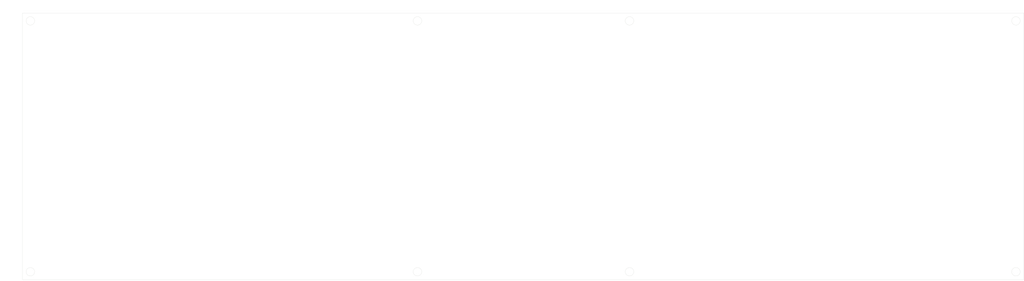
<source format=kicad_pcb>
(kicad_pcb (version 20171130) (host pcbnew "(5.1.2)-1")

  (general
    (thickness 1.6)
    (drawings 27)
    (tracks 0)
    (zones 0)
    (modules 0)
    (nets 1)
  )

  (page A3)
  (layers
    (0 F.Cu signal)
    (31 B.Cu signal)
    (32 B.Adhes user)
    (33 F.Adhes user)
    (34 B.Paste user)
    (35 F.Paste user)
    (36 B.SilkS user)
    (37 F.SilkS user)
    (38 B.Mask user)
    (39 F.Mask user)
    (40 Dwgs.User user)
    (41 Cmts.User user)
    (42 Eco1.User user)
    (43 Eco2.User user)
    (44 Edge.Cuts user)
    (45 Margin user)
    (46 B.CrtYd user)
    (47 F.CrtYd user)
    (48 B.Fab user)
    (49 F.Fab user hide)
  )

  (setup
    (last_trace_width 0.25)
    (trace_clearance 0.2)
    (zone_clearance 0.508)
    (zone_45_only no)
    (trace_min 0.2)
    (via_size 0.8)
    (via_drill 0.4)
    (via_min_size 0.4)
    (via_min_drill 0.3)
    (uvia_size 0.3)
    (uvia_drill 0.1)
    (uvias_allowed no)
    (uvia_min_size 0.2)
    (uvia_min_drill 0.1)
    (edge_width 0.05)
    (segment_width 0.2)
    (pcb_text_width 0.3)
    (pcb_text_size 1.5 1.5)
    (mod_edge_width 0.12)
    (mod_text_size 1 1)
    (mod_text_width 0.15)
    (pad_size 1.524 1.524)
    (pad_drill 0.762)
    (pad_to_mask_clearance 0.051)
    (solder_mask_min_width 0.25)
    (aux_axis_origin 0 0)
    (visible_elements 7FFFFFFF)
    (pcbplotparams
      (layerselection 0x010fc_ffffffff)
      (usegerberextensions false)
      (usegerberattributes false)
      (usegerberadvancedattributes false)
      (creategerberjobfile false)
      (excludeedgelayer true)
      (linewidth 0.100000)
      (plotframeref false)
      (viasonmask false)
      (mode 1)
      (useauxorigin false)
      (hpglpennumber 1)
      (hpglpenspeed 20)
      (hpglpendiameter 15.000000)
      (psnegative false)
      (psa4output false)
      (plotreference true)
      (plotvalue true)
      (plotinvisibletext false)
      (padsonsilk false)
      (subtractmaskfromsilk false)
      (outputformat 1)
      (mirror false)
      (drillshape 1)
      (scaleselection 1)
      (outputdirectory ""))
  )

  (net 0 "")

  (net_class Default "This is the default net class."
    (clearance 0.2)
    (trace_width 0.25)
    (via_dia 0.8)
    (via_drill 0.4)
    (uvia_dia 0.3)
    (uvia_drill 0.1)
  )

  (net_class Power ""
    (clearance 0.25)
    (trace_width 0.45)
    (via_dia 0.8)
    (via_drill 0.4)
    (uvia_dia 0.3)
    (uvia_drill 0.1)
  )

  (dimension 80 (width 0.15) (layer Eco1.User)
    (gr_text "80.000 mm" (at 13.94 54.846 270) (layer Eco1.User)
      (effects (font (size 1 1) (thickness 0.15)))
    )
    (feature1 (pts (xy 17.02 94.846) (xy 14.653579 94.846)))
    (feature2 (pts (xy 17.02 14.846) (xy 14.653579 14.846)))
    (crossbar (pts (xy 15.24 14.846) (xy 15.24 94.846)))
    (arrow1a (pts (xy 15.24 94.846) (xy 14.653579 93.719496)))
    (arrow1b (pts (xy 15.24 94.846) (xy 15.826421 93.719496)))
    (arrow2a (pts (xy 15.24 14.846) (xy 14.653579 15.972504)))
    (arrow2b (pts (xy 15.24 14.846) (xy 15.826421 15.972504)))
  )
  (dimension 300 (width 0.15) (layer Eco1.User)
    (gr_text "300.000 mm" (at 167.02 11.63) (layer Eco1.User)
      (effects (font (size 1 1) (thickness 0.15)))
    )
    (feature1 (pts (xy 17.02 14.846) (xy 17.02 12.343579)))
    (feature2 (pts (xy 317.02 14.846) (xy 317.02 12.343579)))
    (crossbar (pts (xy 317.02 12.93) (xy 17.02 12.93)))
    (arrow1a (pts (xy 17.02 12.93) (xy 18.146504 12.343579)))
    (arrow1b (pts (xy 17.02 12.93) (xy 18.146504 13.516421)))
    (arrow2a (pts (xy 317.02 12.93) (xy 315.893496 12.343579)))
    (arrow2b (pts (xy 317.02 12.93) (xy 315.893496 13.516421)))
  )
  (gr_line (start 314.669999 92.496001) (end 314.67 92.496) (layer Eco1.User) (width 0.05) (tstamp 5CCCAFA1))
  (gr_line (start 19.37 92.502) (end 314.669999 92.496001) (layer Eco1.User) (width 0.05) (tstamp 5CCCAF9E))
  (gr_line (start 19.37 17.196) (end 314.67 17.19) (layer Eco1.User) (width 0.05) (tstamp 5CCCAF98))
  (gr_line (start 19.37 17.196) (end 17.02 17.196) (layer Eco1.User) (width 0.05) (tstamp 5CD08DA8))
  (gr_line (start 198.89 15.336) (end 198.89 95.126) (layer Eco1.User) (width 0.05) (tstamp 5CD08DA3))
  (gr_circle (center 19.37 17.196) (end 20.64 17.196) (layer Edge.Cuts) (width 0.05) (tstamp 5CD08DA4))
  (gr_line (start 19.37 92.496) (end 19.37 94.846) (layer Eco1.User) (width 0.05) (tstamp 5CD08DA5))
  (gr_line (start 19.37 17.196) (end 19.37 14.846) (layer Eco1.User) (width 0.05) (tstamp 5CD08DAA))
  (gr_circle (center 19.37 92.496) (end 20.64 92.496) (layer Edge.Cuts) (width 0.05) (tstamp 5CD08DAF))
  (gr_line (start 317.02 17.196) (end 314.67 17.196) (layer Eco1.User) (width 0.05) (tstamp 5CD08DAD))
  (gr_line (start 314.67 17.196) (end 314.67 14.846) (layer Eco1.User) (width 0.05) (tstamp 5CD08DB2))
  (gr_circle (center 314.67 17.196) (end 315.94 17.196) (layer Edge.Cuts) (width 0.05) (tstamp 5CD08DB0))
  (gr_line (start 19.37 92.496) (end 17.02 92.496) (layer Eco1.User) (width 0.05) (tstamp 5CD08DB1))
  (gr_line (start 314.67 92.496) (end 314.67 94.846) (layer Eco1.User) (width 0.05) (tstamp 5CD08DAC))
  (gr_circle (center 314.67 92.496) (end 315.94 92.496) (layer Edge.Cuts) (width 0.05) (tstamp 5CD08DAE))
  (gr_circle (center 198.89 92.496) (end 200.16 92.496) (layer Edge.Cuts) (width 0.05) (tstamp 5CD08DAB))
  (gr_circle (center 135.36 92.496) (end 136.63 92.496) (layer Edge.Cuts) (width 0.05) (tstamp 5CD08D9F))
  (gr_circle (center 135.36 17.196) (end 136.63 17.196) (layer Edge.Cuts) (width 0.05) (tstamp 5CD08DA1))
  (gr_line (start 135.36 15.516) (end 135.36 95.306) (layer Eco1.User) (width 0.05) (tstamp 5CD08DA0))
  (gr_circle (center 198.89 17.196) (end 200.16 17.196) (layer Edge.Cuts) (width 0.05) (tstamp 5CD08DA2))
  (gr_line (start 314.67 92.496) (end 317.02 92.496) (layer Eco1.User) (width 0.05) (tstamp 5CD08DA7))
  (gr_line (start 17.02 94.846) (end 317.02 94.846) (layer Edge.Cuts) (width 0.05) (tstamp 5CD08D88))
  (gr_line (start 317.02 14.846) (end 317.02 94.846) (layer Edge.Cuts) (width 0.05) (tstamp 5CD08D87))
  (gr_line (start 17.02 14.846) (end 317.02 14.846) (layer Edge.Cuts) (width 0.05) (tstamp 5CD08D86))
  (gr_line (start 17.02 14.846) (end 17.02 94.846) (layer Edge.Cuts) (width 0.05) (tstamp 5CD08D85))

)

</source>
